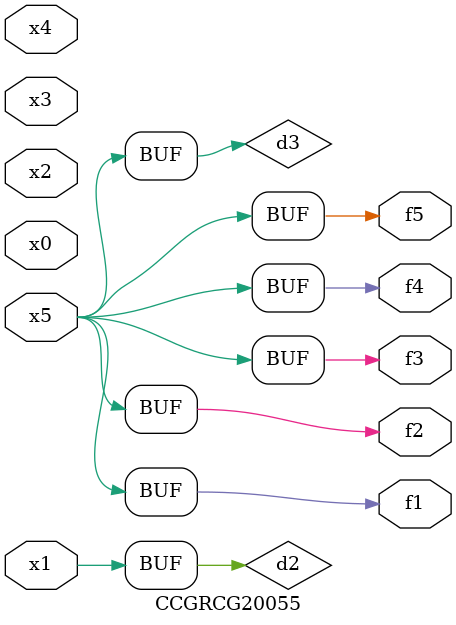
<source format=v>
module CCGRCG20055(
	input x0, x1, x2, x3, x4, x5,
	output f1, f2, f3, f4, f5
);

	wire d1, d2, d3;

	not (d1, x5);
	or (d2, x1);
	xnor (d3, d1);
	assign f1 = d3;
	assign f2 = d3;
	assign f3 = d3;
	assign f4 = d3;
	assign f5 = d3;
endmodule

</source>
